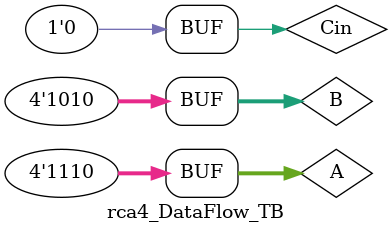
<source format=v>
module rca4_DataFlow_TB();
reg [3:0] A, B;
reg Cin;
wire [3:0] S;
wire C;
rippleCarryAdderBe rca(S, C, A, B, Cin);
initial begin
A=4'b1010; B=4'b0011; Cin=0; #10
A=4'b1010; B=4'b1101; Cin=0; #10
A=4'b1111; B=4'b1010; Cin=0;#10
A=4'b1010; B=4'b0101; Cin=0; #10
A=4'b1100; B=4'b0101; Cin=0; #10
A=4'b0110; B=4'b1010; Cin=0; #10
A=4'b1110; B=4'b0111; Cin=0; #10
A=4'b1100; B=4'b1101; Cin=0; #10
A=4'b1110; B=4'b1010; Cin=0;
end
initial
$monitor("%d  A=%b  B=%b  Cin=%b  S=%b  Cout=%b", $time, A, B, Cin, S, C);
endmodule

</source>
